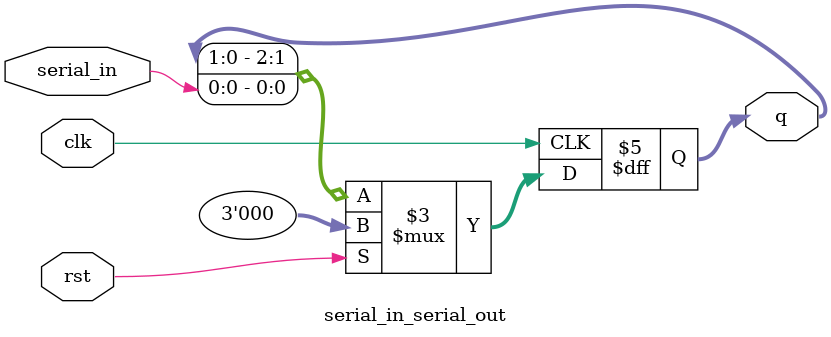
<source format=v>
module serial_in_serial_out (
    input  wire clk,     // clock input
    input  wire rst,     // synchronous reset
    input  wire serial_in, // serial data input
    output reg  [2:0] q   // 3-bit register output
);

always @(posedge clk) begin
    if (rst)
        q <= 3'b000;          // reset all bits
    else
        q <= {q[1:0], serial_in}; // shift left
end

endmodule
</source>
